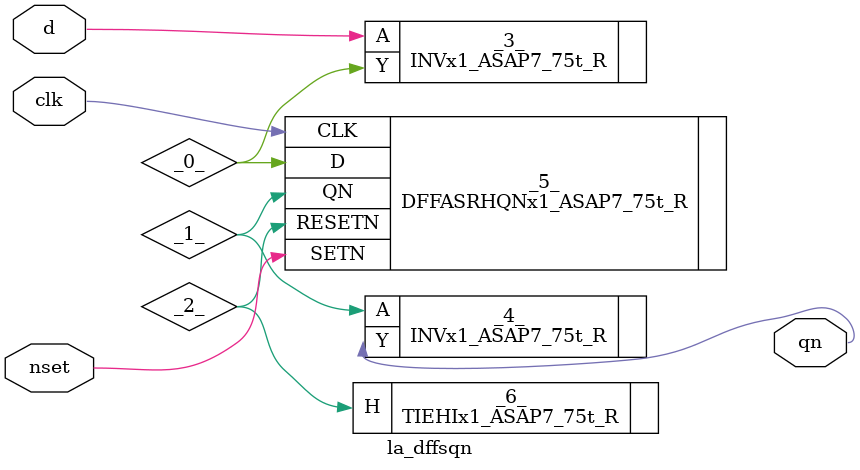
<source format=v>

/* Generated by Yosys 0.40 (git sha1 a1bb0255d, g++ 11.4.0-1ubuntu1~22.04 -fPIC -Os) */

module la_dffsqn(d, clk, nset, qn);
  wire _0_;
  wire _1_;
  wire _2_;
  input clk;
  wire clk;
  input d;
  wire d;
  input nset;
  wire nset;
  output qn;
  wire qn;
  INVx1_ASAP7_75t_R _3_ (
    .A(d),
    .Y(_0_)
  );
  INVx1_ASAP7_75t_R _4_ (
    .A(_1_),
    .Y(qn)
  );
  DFFASRHQNx1_ASAP7_75t_R _5_ (
    .CLK(clk),
    .D(_0_),
    .QN(_1_),
    .RESETN(_2_),
    .SETN(nset)
  );
  TIEHIx1_ASAP7_75t_R _6_ (
    .H(_2_)
  );
endmodule

</source>
